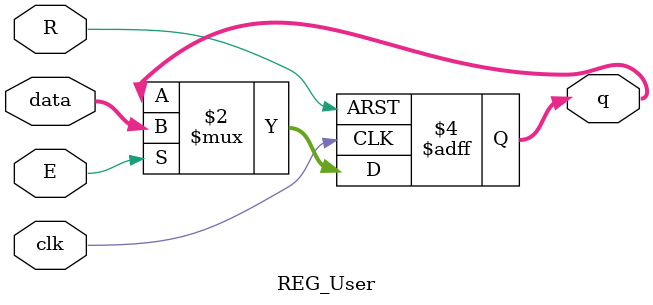
<source format=v>
module REG_User (
    clk,
    R,           
    E,          
    data,  
    q  
);
 input clk, R, E;
 input [63:0]data;
 output reg[63:0]q;
    always @(posedge clk or posedge R) begin
        if (R) begin
            q <= 64'b0;    
        end else if (E) begin
            q <= data;
        end
    end

endmodule
</source>
